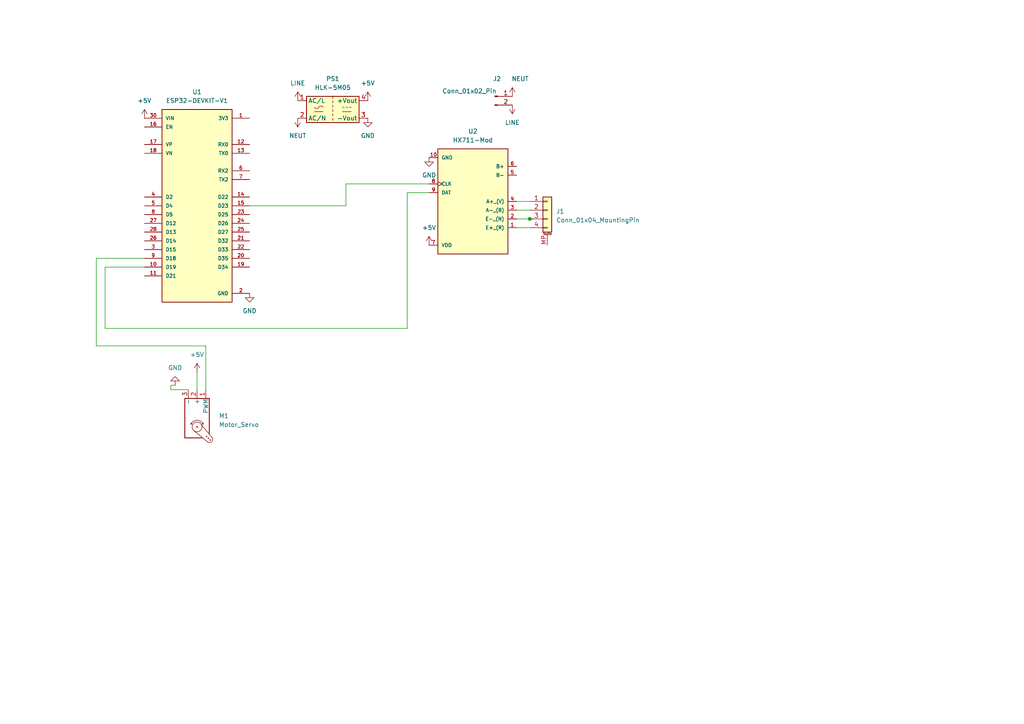
<source format=kicad_sch>
(kicad_sch
	(version 20250114)
	(generator "eeschema")
	(generator_version "9.0")
	(uuid "7853de44-7ead-41f7-97a7-330491299dd6")
	(paper "A4")
	(lib_symbols
		(symbol "Connector:Conn_01x02_Pin"
			(pin_names
				(offset 1.016)
				(hide yes)
			)
			(exclude_from_sim no)
			(in_bom yes)
			(on_board yes)
			(property "Reference" "J"
				(at 0 2.54 0)
				(effects
					(font
						(size 1.27 1.27)
					)
				)
			)
			(property "Value" "Conn_01x02_Pin"
				(at 0 -5.08 0)
				(effects
					(font
						(size 1.27 1.27)
					)
				)
			)
			(property "Footprint" ""
				(at 0 0 0)
				(effects
					(font
						(size 1.27 1.27)
					)
					(hide yes)
				)
			)
			(property "Datasheet" "~"
				(at 0 0 0)
				(effects
					(font
						(size 1.27 1.27)
					)
					(hide yes)
				)
			)
			(property "Description" "Generic connector, single row, 01x02, script generated"
				(at 0 0 0)
				(effects
					(font
						(size 1.27 1.27)
					)
					(hide yes)
				)
			)
			(property "ki_locked" ""
				(at 0 0 0)
				(effects
					(font
						(size 1.27 1.27)
					)
				)
			)
			(property "ki_keywords" "connector"
				(at 0 0 0)
				(effects
					(font
						(size 1.27 1.27)
					)
					(hide yes)
				)
			)
			(property "ki_fp_filters" "Connector*:*_1x??_*"
				(at 0 0 0)
				(effects
					(font
						(size 1.27 1.27)
					)
					(hide yes)
				)
			)
			(symbol "Conn_01x02_Pin_1_1"
				(rectangle
					(start 0.8636 0.127)
					(end 0 -0.127)
					(stroke
						(width 0.1524)
						(type default)
					)
					(fill
						(type outline)
					)
				)
				(rectangle
					(start 0.8636 -2.413)
					(end 0 -2.667)
					(stroke
						(width 0.1524)
						(type default)
					)
					(fill
						(type outline)
					)
				)
				(polyline
					(pts
						(xy 1.27 0) (xy 0.8636 0)
					)
					(stroke
						(width 0.1524)
						(type default)
					)
					(fill
						(type none)
					)
				)
				(polyline
					(pts
						(xy 1.27 -2.54) (xy 0.8636 -2.54)
					)
					(stroke
						(width 0.1524)
						(type default)
					)
					(fill
						(type none)
					)
				)
				(pin passive line
					(at 5.08 0 180)
					(length 3.81)
					(name "Pin_1"
						(effects
							(font
								(size 1.27 1.27)
							)
						)
					)
					(number "1"
						(effects
							(font
								(size 1.27 1.27)
							)
						)
					)
				)
				(pin passive line
					(at 5.08 -2.54 180)
					(length 3.81)
					(name "Pin_2"
						(effects
							(font
								(size 1.27 1.27)
							)
						)
					)
					(number "2"
						(effects
							(font
								(size 1.27 1.27)
							)
						)
					)
				)
			)
			(embedded_fonts no)
		)
		(symbol "Connector_Generic_MountingPin:Conn_01x04_MountingPin"
			(pin_names
				(offset 1.016)
				(hide yes)
			)
			(exclude_from_sim no)
			(in_bom yes)
			(on_board yes)
			(property "Reference" "J"
				(at 0 5.08 0)
				(effects
					(font
						(size 1.27 1.27)
					)
				)
			)
			(property "Value" "Conn_01x04_MountingPin"
				(at 1.27 -7.62 0)
				(effects
					(font
						(size 1.27 1.27)
					)
					(justify left)
				)
			)
			(property "Footprint" ""
				(at 0 0 0)
				(effects
					(font
						(size 1.27 1.27)
					)
					(hide yes)
				)
			)
			(property "Datasheet" "~"
				(at 0 0 0)
				(effects
					(font
						(size 1.27 1.27)
					)
					(hide yes)
				)
			)
			(property "Description" "Generic connectable mounting pin connector, single row, 01x04, script generated (kicad-library-utils/schlib/autogen/connector/)"
				(at 0 0 0)
				(effects
					(font
						(size 1.27 1.27)
					)
					(hide yes)
				)
			)
			(property "ki_keywords" "connector"
				(at 0 0 0)
				(effects
					(font
						(size 1.27 1.27)
					)
					(hide yes)
				)
			)
			(property "ki_fp_filters" "Connector*:*_1x??-1MP*"
				(at 0 0 0)
				(effects
					(font
						(size 1.27 1.27)
					)
					(hide yes)
				)
			)
			(symbol "Conn_01x04_MountingPin_1_1"
				(rectangle
					(start -1.27 3.81)
					(end 1.27 -6.35)
					(stroke
						(width 0.254)
						(type default)
					)
					(fill
						(type background)
					)
				)
				(rectangle
					(start -1.27 2.667)
					(end 0 2.413)
					(stroke
						(width 0.1524)
						(type default)
					)
					(fill
						(type none)
					)
				)
				(rectangle
					(start -1.27 0.127)
					(end 0 -0.127)
					(stroke
						(width 0.1524)
						(type default)
					)
					(fill
						(type none)
					)
				)
				(rectangle
					(start -1.27 -2.413)
					(end 0 -2.667)
					(stroke
						(width 0.1524)
						(type default)
					)
					(fill
						(type none)
					)
				)
				(rectangle
					(start -1.27 -4.953)
					(end 0 -5.207)
					(stroke
						(width 0.1524)
						(type default)
					)
					(fill
						(type none)
					)
				)
				(polyline
					(pts
						(xy -1.016 -7.112) (xy 1.016 -7.112)
					)
					(stroke
						(width 0.1524)
						(type default)
					)
					(fill
						(type none)
					)
				)
				(text "Mounting"
					(at 0 -6.731 0)
					(effects
						(font
							(size 0.381 0.381)
						)
					)
				)
				(pin passive line
					(at -5.08 2.54 0)
					(length 3.81)
					(name "Pin_1"
						(effects
							(font
								(size 1.27 1.27)
							)
						)
					)
					(number "1"
						(effects
							(font
								(size 1.27 1.27)
							)
						)
					)
				)
				(pin passive line
					(at -5.08 0 0)
					(length 3.81)
					(name "Pin_2"
						(effects
							(font
								(size 1.27 1.27)
							)
						)
					)
					(number "2"
						(effects
							(font
								(size 1.27 1.27)
							)
						)
					)
				)
				(pin passive line
					(at -5.08 -2.54 0)
					(length 3.81)
					(name "Pin_3"
						(effects
							(font
								(size 1.27 1.27)
							)
						)
					)
					(number "3"
						(effects
							(font
								(size 1.27 1.27)
							)
						)
					)
				)
				(pin passive line
					(at -5.08 -5.08 0)
					(length 3.81)
					(name "Pin_4"
						(effects
							(font
								(size 1.27 1.27)
							)
						)
					)
					(number "4"
						(effects
							(font
								(size 1.27 1.27)
							)
						)
					)
				)
				(pin passive line
					(at 0 -10.16 90)
					(length 3.048)
					(name "MountPin"
						(effects
							(font
								(size 1.27 1.27)
							)
						)
					)
					(number "MP"
						(effects
							(font
								(size 1.27 1.27)
							)
						)
					)
				)
			)
			(embedded_fonts no)
		)
		(symbol "Converter_ACDC:HLK-5M05"
			(exclude_from_sim no)
			(in_bom yes)
			(on_board yes)
			(property "Reference" "PS"
				(at 0 5.08 0)
				(effects
					(font
						(size 1.27 1.27)
					)
				)
			)
			(property "Value" "HLK-5M05"
				(at 0 -5.08 0)
				(effects
					(font
						(size 1.27 1.27)
					)
				)
			)
			(property "Footprint" "Converter_ACDC:Converter_ACDC_Hi-Link_HLK-5Mxx"
				(at 0 -7.62 0)
				(effects
					(font
						(size 1.27 1.27)
					)
					(hide yes)
				)
			)
			(property "Datasheet" "http://h.hlktech.com/download/ACDC%E7%94%B5%E6%BA%90%E6%A8%A1%E5%9D%975W%E7%B3%BB%E5%88%97/1/%E6%B5%B7%E5%87%8C%E7%A7%915W%E7%B3%BB%E5%88%97%E7%94%B5%E6%BA%90%E6%A8%A1%E5%9D%97%E8%A7%84%E6%A0%BC%E4%B9%A6V2.8.pdf"
				(at 10.16 -10.16 0)
				(effects
					(font
						(size 1.27 1.27)
					)
					(hide yes)
				)
			)
			(property "Description" "Compact AC/DC board mount power module 5W, 5V 1A"
				(at 0 0 0)
				(effects
					(font
						(size 1.27 1.27)
					)
					(hide yes)
				)
			)
			(property "ki_keywords" "AC/DC module power supply"
				(at 0 0 0)
				(effects
					(font
						(size 1.27 1.27)
					)
					(hide yes)
				)
			)
			(property "ki_fp_filters" "Converter*ACDC*Hi?Link*HLK?5M*"
				(at 0 0 0)
				(effects
					(font
						(size 1.27 1.27)
					)
					(hide yes)
				)
			)
			(symbol "HLK-5M05_0_1"
				(rectangle
					(start -7.62 3.81)
					(end 7.62 -3.81)
					(stroke
						(width 0.254)
						(type default)
					)
					(fill
						(type background)
					)
				)
				(polyline
					(pts
						(xy -5.334 -0.635) (xy -2.794 -0.635)
					)
					(stroke
						(width 0)
						(type default)
					)
					(fill
						(type none)
					)
				)
				(arc
					(start -4.064 0.635)
					(mid -4.699 0.2495)
					(end -5.334 0.635)
					(stroke
						(width 0)
						(type default)
					)
					(fill
						(type none)
					)
				)
				(arc
					(start -4.064 0.635)
					(mid -3.429 1.0072)
					(end -2.794 0.635)
					(stroke
						(width 0)
						(type default)
					)
					(fill
						(type none)
					)
				)
				(polyline
					(pts
						(xy 0 3.81) (xy 0 3.175)
					)
					(stroke
						(width 0)
						(type default)
					)
					(fill
						(type none)
					)
				)
				(polyline
					(pts
						(xy 0 2.54) (xy 0 1.905)
					)
					(stroke
						(width 0)
						(type default)
					)
					(fill
						(type none)
					)
				)
				(polyline
					(pts
						(xy 0 1.27) (xy 0 0.635)
					)
					(stroke
						(width 0)
						(type default)
					)
					(fill
						(type none)
					)
				)
				(polyline
					(pts
						(xy 0 0) (xy 0 -0.635)
					)
					(stroke
						(width 0)
						(type default)
					)
					(fill
						(type none)
					)
				)
				(polyline
					(pts
						(xy 0 -1.27) (xy 0 -1.905)
					)
					(stroke
						(width 0)
						(type default)
					)
					(fill
						(type none)
					)
				)
				(polyline
					(pts
						(xy 0 -2.54) (xy 0 -3.175)
					)
					(stroke
						(width 0)
						(type default)
					)
					(fill
						(type none)
					)
				)
				(polyline
					(pts
						(xy 2.794 0.635) (xy 3.302 0.635)
					)
					(stroke
						(width 0)
						(type default)
					)
					(fill
						(type none)
					)
				)
				(polyline
					(pts
						(xy 2.794 -0.635) (xy 5.334 -0.635)
					)
					(stroke
						(width 0)
						(type default)
					)
					(fill
						(type none)
					)
				)
				(polyline
					(pts
						(xy 3.81 0.635) (xy 4.318 0.635)
					)
					(stroke
						(width 0)
						(type default)
					)
					(fill
						(type none)
					)
				)
				(polyline
					(pts
						(xy 4.826 0.635) (xy 5.334 0.635)
					)
					(stroke
						(width 0)
						(type default)
					)
					(fill
						(type none)
					)
				)
			)
			(symbol "HLK-5M05_1_1"
				(pin power_in line
					(at -10.16 2.54 0)
					(length 2.54)
					(name "AC/L"
						(effects
							(font
								(size 1.27 1.27)
							)
						)
					)
					(number "1"
						(effects
							(font
								(size 1.27 1.27)
							)
						)
					)
				)
				(pin power_in line
					(at -10.16 -2.54 0)
					(length 2.54)
					(name "AC/N"
						(effects
							(font
								(size 1.27 1.27)
							)
						)
					)
					(number "2"
						(effects
							(font
								(size 1.27 1.27)
							)
						)
					)
				)
				(pin power_out line
					(at 10.16 2.54 180)
					(length 2.54)
					(name "+Vout"
						(effects
							(font
								(size 1.27 1.27)
							)
						)
					)
					(number "4"
						(effects
							(font
								(size 1.27 1.27)
							)
						)
					)
				)
				(pin power_out line
					(at 10.16 -2.54 180)
					(length 2.54)
					(name "-Vout"
						(effects
							(font
								(size 1.27 1.27)
							)
						)
					)
					(number "3"
						(effects
							(font
								(size 1.27 1.27)
							)
						)
					)
				)
			)
			(embedded_fonts no)
		)
		(symbol "Motor:Motor_Servo"
			(pin_names
				(offset 0.0254)
			)
			(exclude_from_sim no)
			(in_bom yes)
			(on_board yes)
			(property "Reference" "M"
				(at -5.08 4.445 0)
				(effects
					(font
						(size 1.27 1.27)
					)
					(justify left)
				)
			)
			(property "Value" "Motor_Servo"
				(at -5.08 -4.064 0)
				(effects
					(font
						(size 1.27 1.27)
					)
					(justify left top)
				)
			)
			(property "Footprint" ""
				(at 0 -4.826 0)
				(effects
					(font
						(size 1.27 1.27)
					)
					(hide yes)
				)
			)
			(property "Datasheet" "http://forums.parallax.com/uploads/attachments/46831/74481.png"
				(at 0 -4.826 0)
				(effects
					(font
						(size 1.27 1.27)
					)
					(hide yes)
				)
			)
			(property "Description" "Servo Motor (Futaba, HiTec, JR connector)"
				(at 0 0 0)
				(effects
					(font
						(size 1.27 1.27)
					)
					(hide yes)
				)
			)
			(property "ki_keywords" "Servo Motor"
				(at 0 0 0)
				(effects
					(font
						(size 1.27 1.27)
					)
					(hide yes)
				)
			)
			(property "ki_fp_filters" "PinHeader*P2.54mm*"
				(at 0 0 0)
				(effects
					(font
						(size 1.27 1.27)
					)
					(hide yes)
				)
			)
			(symbol "Motor_Servo_0_1"
				(polyline
					(pts
						(xy 2.413 1.778) (xy 1.905 1.778)
					)
					(stroke
						(width 0)
						(type default)
					)
					(fill
						(type none)
					)
				)
				(polyline
					(pts
						(xy 2.413 1.778) (xy 2.286 1.397)
					)
					(stroke
						(width 0)
						(type default)
					)
					(fill
						(type none)
					)
				)
				(polyline
					(pts
						(xy 2.413 -1.778) (xy 2.032 -1.778)
					)
					(stroke
						(width 0)
						(type default)
					)
					(fill
						(type none)
					)
				)
				(polyline
					(pts
						(xy 2.413 -1.778) (xy 2.286 -1.397)
					)
					(stroke
						(width 0)
						(type default)
					)
					(fill
						(type none)
					)
				)
				(arc
					(start 2.413 -1.778)
					(mid 1.2406 0)
					(end 2.413 1.778)
					(stroke
						(width 0)
						(type default)
					)
					(fill
						(type none)
					)
				)
				(circle
					(center 3.175 0)
					(radius 0.1778)
					(stroke
						(width 0)
						(type default)
					)
					(fill
						(type none)
					)
				)
				(circle
					(center 3.175 0)
					(radius 1.4224)
					(stroke
						(width 0)
						(type default)
					)
					(fill
						(type none)
					)
				)
				(polyline
					(pts
						(xy 5.08 3.556) (xy -5.08 3.556) (xy -5.08 -3.556) (xy 6.35 -3.556) (xy 6.35 1.524)
					)
					(stroke
						(width 0.254)
						(type default)
					)
					(fill
						(type none)
					)
				)
				(circle
					(center 5.969 2.794)
					(radius 0.127)
					(stroke
						(width 0)
						(type default)
					)
					(fill
						(type none)
					)
				)
				(polyline
					(pts
						(xy 6.35 4.445) (xy 2.54 1.27)
					)
					(stroke
						(width 0)
						(type default)
					)
					(fill
						(type none)
					)
				)
				(circle
					(center 6.477 3.302)
					(radius 0.127)
					(stroke
						(width 0)
						(type default)
					)
					(fill
						(type none)
					)
				)
				(arc
					(start 6.35 4.445)
					(mid 7.4487 4.2737)
					(end 7.62 3.175)
					(stroke
						(width 0)
						(type default)
					)
					(fill
						(type none)
					)
				)
				(circle
					(center 6.985 3.81)
					(radius 0.127)
					(stroke
						(width 0)
						(type default)
					)
					(fill
						(type none)
					)
				)
				(polyline
					(pts
						(xy 7.62 3.175) (xy 4.191 -1.016)
					)
					(stroke
						(width 0)
						(type default)
					)
					(fill
						(type none)
					)
				)
			)
			(symbol "Motor_Servo_1_1"
				(pin passive line
					(at -7.62 2.54 0)
					(length 2.54)
					(name "PWM"
						(effects
							(font
								(size 1.27 1.27)
							)
						)
					)
					(number "1"
						(effects
							(font
								(size 1.27 1.27)
							)
						)
					)
				)
				(pin passive line
					(at -7.62 0 0)
					(length 2.54)
					(name "+"
						(effects
							(font
								(size 1.27 1.27)
							)
						)
					)
					(number "2"
						(effects
							(font
								(size 1.27 1.27)
							)
						)
					)
				)
				(pin passive line
					(at -7.62 -2.54 0)
					(length 2.54)
					(name "-"
						(effects
							(font
								(size 1.27 1.27)
							)
						)
					)
					(number "3"
						(effects
							(font
								(size 1.27 1.27)
							)
						)
					)
				)
			)
			(embedded_fonts no)
		)
		(symbol "esp32:ESP32-DEVKIT-V1"
			(pin_names
				(offset 1.016)
			)
			(exclude_from_sim no)
			(in_bom yes)
			(on_board yes)
			(property "Reference" "U"
				(at -10.16 30.48 0)
				(effects
					(font
						(size 1.27 1.27)
					)
					(justify left top)
				)
			)
			(property "Value" "ESP32-DEVKIT-V1"
				(at -10.16 -30.48 0)
				(effects
					(font
						(size 1.27 1.27)
					)
					(justify left bottom)
				)
			)
			(property "Footprint" "ESP32-DEVKIT-V1:MODULE_ESP32_DEVKIT_V1"
				(at 0 0 0)
				(effects
					(font
						(size 1.27 1.27)
					)
					(justify bottom)
					(hide yes)
				)
			)
			(property "Datasheet" ""
				(at 0 0 0)
				(effects
					(font
						(size 1.27 1.27)
					)
					(hide yes)
				)
			)
			(property "Description" ""
				(at 0 0 0)
				(effects
					(font
						(size 1.27 1.27)
					)
					(hide yes)
				)
			)
			(property "MF" "Do it"
				(at 0 0 0)
				(effects
					(font
						(size 1.27 1.27)
					)
					(justify bottom)
					(hide yes)
				)
			)
			(property "MAXIMUM_PACKAGE_HEIGHT" "6.8 mm"
				(at 0 0 0)
				(effects
					(font
						(size 1.27 1.27)
					)
					(justify bottom)
					(hide yes)
				)
			)
			(property "Package" "None"
				(at 0 0 0)
				(effects
					(font
						(size 1.27 1.27)
					)
					(justify bottom)
					(hide yes)
				)
			)
			(property "Price" "None"
				(at 0 0 0)
				(effects
					(font
						(size 1.27 1.27)
					)
					(justify bottom)
					(hide yes)
				)
			)
			(property "Check_prices" "https://www.snapeda.com/parts/ESP32-DEVKIT-V1/Do+it/view-part/?ref=eda"
				(at 0 0 0)
				(effects
					(font
						(size 1.27 1.27)
					)
					(justify bottom)
					(hide yes)
				)
			)
			(property "STANDARD" "Manufacturer Recommendations"
				(at 0 0 0)
				(effects
					(font
						(size 1.27 1.27)
					)
					(justify bottom)
					(hide yes)
				)
			)
			(property "PARTREV" "N/A"
				(at 0 0 0)
				(effects
					(font
						(size 1.27 1.27)
					)
					(justify bottom)
					(hide yes)
				)
			)
			(property "SnapEDA_Link" "https://www.snapeda.com/parts/ESP32-DEVKIT-V1/Do+it/view-part/?ref=snap"
				(at 0 0 0)
				(effects
					(font
						(size 1.27 1.27)
					)
					(justify bottom)
					(hide yes)
				)
			)
			(property "MP" "ESP32-DEVKIT-V1"
				(at 0 0 0)
				(effects
					(font
						(size 1.27 1.27)
					)
					(justify bottom)
					(hide yes)
				)
			)
			(property "Description_1" "Dual core, Wi-Fi: 2.4 GHz up to 150 Mbits/s,BLE (Bluetooth Low Energy) and legacy Bluetooth, 32 bits, Up to 240 MHz"
				(at 0 0 0)
				(effects
					(font
						(size 1.27 1.27)
					)
					(justify bottom)
					(hide yes)
				)
			)
			(property "Availability" "Not in stock"
				(at 0 0 0)
				(effects
					(font
						(size 1.27 1.27)
					)
					(justify bottom)
					(hide yes)
				)
			)
			(property "MANUFACTURER" "DOIT"
				(at 0 0 0)
				(effects
					(font
						(size 1.27 1.27)
					)
					(justify bottom)
					(hide yes)
				)
			)
			(symbol "ESP32-DEVKIT-V1_0_0"
				(rectangle
					(start -10.16 -27.94)
					(end 10.16 27.94)
					(stroke
						(width 0.254)
						(type default)
					)
					(fill
						(type background)
					)
				)
				(pin input line
					(at -15.24 25.4 0)
					(length 5.08)
					(name "VIN"
						(effects
							(font
								(size 1.016 1.016)
							)
						)
					)
					(number "30"
						(effects
							(font
								(size 1.016 1.016)
							)
						)
					)
				)
				(pin input line
					(at -15.24 22.86 0)
					(length 5.08)
					(name "EN"
						(effects
							(font
								(size 1.016 1.016)
							)
						)
					)
					(number "16"
						(effects
							(font
								(size 1.016 1.016)
							)
						)
					)
				)
				(pin bidirectional line
					(at -15.24 17.78 0)
					(length 5.08)
					(name "VP"
						(effects
							(font
								(size 1.016 1.016)
							)
						)
					)
					(number "17"
						(effects
							(font
								(size 1.016 1.016)
							)
						)
					)
				)
				(pin bidirectional line
					(at -15.24 15.24 0)
					(length 5.08)
					(name "VN"
						(effects
							(font
								(size 1.016 1.016)
							)
						)
					)
					(number "18"
						(effects
							(font
								(size 1.016 1.016)
							)
						)
					)
				)
				(pin bidirectional line
					(at -15.24 2.54 0)
					(length 5.08)
					(name "D2"
						(effects
							(font
								(size 1.016 1.016)
							)
						)
					)
					(number "4"
						(effects
							(font
								(size 1.016 1.016)
							)
						)
					)
				)
				(pin bidirectional line
					(at -15.24 0 0)
					(length 5.08)
					(name "D4"
						(effects
							(font
								(size 1.016 1.016)
							)
						)
					)
					(number "5"
						(effects
							(font
								(size 1.016 1.016)
							)
						)
					)
				)
				(pin bidirectional line
					(at -15.24 -2.54 0)
					(length 5.08)
					(name "D5"
						(effects
							(font
								(size 1.016 1.016)
							)
						)
					)
					(number "8"
						(effects
							(font
								(size 1.016 1.016)
							)
						)
					)
				)
				(pin bidirectional line
					(at -15.24 -5.08 0)
					(length 5.08)
					(name "D12"
						(effects
							(font
								(size 1.016 1.016)
							)
						)
					)
					(number "27"
						(effects
							(font
								(size 1.016 1.016)
							)
						)
					)
				)
				(pin bidirectional line
					(at -15.24 -7.62 0)
					(length 5.08)
					(name "D13"
						(effects
							(font
								(size 1.016 1.016)
							)
						)
					)
					(number "28"
						(effects
							(font
								(size 1.016 1.016)
							)
						)
					)
				)
				(pin bidirectional line
					(at -15.24 -10.16 0)
					(length 5.08)
					(name "D14"
						(effects
							(font
								(size 1.016 1.016)
							)
						)
					)
					(number "26"
						(effects
							(font
								(size 1.016 1.016)
							)
						)
					)
				)
				(pin bidirectional line
					(at -15.24 -12.7 0)
					(length 5.08)
					(name "D15"
						(effects
							(font
								(size 1.016 1.016)
							)
						)
					)
					(number "3"
						(effects
							(font
								(size 1.016 1.016)
							)
						)
					)
				)
				(pin bidirectional line
					(at -15.24 -15.24 0)
					(length 5.08)
					(name "D18"
						(effects
							(font
								(size 1.016 1.016)
							)
						)
					)
					(number "9"
						(effects
							(font
								(size 1.016 1.016)
							)
						)
					)
				)
				(pin bidirectional line
					(at -15.24 -17.78 0)
					(length 5.08)
					(name "D19"
						(effects
							(font
								(size 1.016 1.016)
							)
						)
					)
					(number "10"
						(effects
							(font
								(size 1.016 1.016)
							)
						)
					)
				)
				(pin bidirectional line
					(at -15.24 -20.32 0)
					(length 5.08)
					(name "D21"
						(effects
							(font
								(size 1.016 1.016)
							)
						)
					)
					(number "11"
						(effects
							(font
								(size 1.016 1.016)
							)
						)
					)
				)
				(pin output line
					(at 15.24 25.4 180)
					(length 5.08)
					(name "3V3"
						(effects
							(font
								(size 1.016 1.016)
							)
						)
					)
					(number "1"
						(effects
							(font
								(size 1.016 1.016)
							)
						)
					)
				)
				(pin input line
					(at 15.24 17.78 180)
					(length 5.08)
					(name "RX0"
						(effects
							(font
								(size 1.016 1.016)
							)
						)
					)
					(number "12"
						(effects
							(font
								(size 1.016 1.016)
							)
						)
					)
				)
				(pin output line
					(at 15.24 15.24 180)
					(length 5.08)
					(name "TX0"
						(effects
							(font
								(size 1.016 1.016)
							)
						)
					)
					(number "13"
						(effects
							(font
								(size 1.016 1.016)
							)
						)
					)
				)
				(pin input line
					(at 15.24 10.16 180)
					(length 5.08)
					(name "RX2"
						(effects
							(font
								(size 1.016 1.016)
							)
						)
					)
					(number "6"
						(effects
							(font
								(size 1.016 1.016)
							)
						)
					)
				)
				(pin output line
					(at 15.24 7.62 180)
					(length 5.08)
					(name "TX2"
						(effects
							(font
								(size 1.016 1.016)
							)
						)
					)
					(number "7"
						(effects
							(font
								(size 1.016 1.016)
							)
						)
					)
				)
				(pin bidirectional line
					(at 15.24 2.54 180)
					(length 5.08)
					(name "D22"
						(effects
							(font
								(size 1.016 1.016)
							)
						)
					)
					(number "14"
						(effects
							(font
								(size 1.016 1.016)
							)
						)
					)
				)
				(pin bidirectional line
					(at 15.24 0 180)
					(length 5.08)
					(name "D23"
						(effects
							(font
								(size 1.016 1.016)
							)
						)
					)
					(number "15"
						(effects
							(font
								(size 1.016 1.016)
							)
						)
					)
				)
				(pin bidirectional line
					(at 15.24 -2.54 180)
					(length 5.08)
					(name "D25"
						(effects
							(font
								(size 1.016 1.016)
							)
						)
					)
					(number "23"
						(effects
							(font
								(size 1.016 1.016)
							)
						)
					)
				)
				(pin bidirectional line
					(at 15.24 -5.08 180)
					(length 5.08)
					(name "D26"
						(effects
							(font
								(size 1.016 1.016)
							)
						)
					)
					(number "24"
						(effects
							(font
								(size 1.016 1.016)
							)
						)
					)
				)
				(pin bidirectional line
					(at 15.24 -7.62 180)
					(length 5.08)
					(name "D27"
						(effects
							(font
								(size 1.016 1.016)
							)
						)
					)
					(number "25"
						(effects
							(font
								(size 1.016 1.016)
							)
						)
					)
				)
				(pin bidirectional line
					(at 15.24 -10.16 180)
					(length 5.08)
					(name "D32"
						(effects
							(font
								(size 1.016 1.016)
							)
						)
					)
					(number "21"
						(effects
							(font
								(size 1.016 1.016)
							)
						)
					)
				)
				(pin bidirectional line
					(at 15.24 -12.7 180)
					(length 5.08)
					(name "D33"
						(effects
							(font
								(size 1.016 1.016)
							)
						)
					)
					(number "22"
						(effects
							(font
								(size 1.016 1.016)
							)
						)
					)
				)
				(pin bidirectional line
					(at 15.24 -15.24 180)
					(length 5.08)
					(name "D35"
						(effects
							(font
								(size 1.016 1.016)
							)
						)
					)
					(number "20"
						(effects
							(font
								(size 1.016 1.016)
							)
						)
					)
				)
				(pin bidirectional line
					(at 15.24 -17.78 180)
					(length 5.08)
					(name "D34"
						(effects
							(font
								(size 1.016 1.016)
							)
						)
					)
					(number "19"
						(effects
							(font
								(size 1.016 1.016)
							)
						)
					)
				)
				(pin power_in line
					(at 15.24 -25.4 180)
					(length 5.08)
					(name "GND"
						(effects
							(font
								(size 1.016 1.016)
							)
						)
					)
					(number "2"
						(effects
							(font
								(size 1.016 1.016)
							)
						)
					)
				)
				(pin power_in line
					(at 15.24 -25.4 180)
					(length 5.08)
					(hide yes)
					(name "GND"
						(effects
							(font
								(size 1.016 1.016)
							)
						)
					)
					(number "29"
						(effects
							(font
								(size 1.016 1.016)
							)
						)
					)
				)
			)
			(embedded_fonts no)
		)
		(symbol "hx711:HX711_module"
			(pin_names
				(offset 1.016)
			)
			(exclude_from_sim no)
			(in_bom yes)
			(on_board yes)
			(property "Reference" "U"
				(at -10.172 15.8938 0)
				(effects
					(font
						(size 1.27 1.27)
					)
					(justify left bottom)
				)
			)
			(property "Value" "HX711-Mod"
				(at -10.1639 -17.7868 0)
				(effects
					(font
						(size 1.27 1.27)
					)
					(justify left bottom)
				)
			)
			(property "Footprint" "HX711_module"
				(at 2.54 19.05 0)
				(effects
					(font
						(size 1.27 1.27)
					)
					(justify bottom)
					(hide yes)
				)
			)
			(property "Datasheet" ""
				(at 0 0 0)
				(effects
					(font
						(size 1.27 1.27)
					)
					(hide yes)
				)
			)
			(property "Description" ""
				(at 0 0 0)
				(effects
					(font
						(size 1.27 1.27)
					)
					(hide yes)
				)
			)
			(property "MANUFACTURER" ""
				(at 25.4 17.78 0)
				(effects
					(font
						(size 1.27 1.27)
					)
					(justify bottom)
					(hide yes)
				)
			)
			(property "ki_fp_filters" "HX711"
				(at 0 0 0)
				(effects
					(font
						(size 1.27 1.27)
					)
					(hide yes)
				)
			)
			(symbol "HX711_module_0_0"
				(rectangle
					(start -10.16 15.24)
					(end 10.16 -15.24)
					(stroke
						(width 0.254)
						(type default)
					)
					(fill
						(type background)
					)
				)
			)
			(symbol "HX711_module_1_0"
				(pin output line
					(at -12.7 7.62 0)
					(length 2.54)
					(name "E+_(R)"
						(effects
							(font
								(size 1.016 1.016)
							)
						)
					)
					(number "1"
						(effects
							(font
								(size 1.016 1.016)
							)
						)
					)
				)
				(pin input line
					(at -12.7 5.08 0)
					(length 2.54)
					(name "E-_(N)"
						(effects
							(font
								(size 1.016 1.016)
							)
						)
					)
					(number "2"
						(effects
							(font
								(size 1.016 1.016)
							)
						)
					)
				)
				(pin input line
					(at -12.7 2.54 0)
					(length 2.54)
					(name "A-_(B)"
						(effects
							(font
								(size 1.016 1.016)
							)
						)
					)
					(number "3"
						(effects
							(font
								(size 1.016 1.016)
							)
						)
					)
				)
				(pin input line
					(at -12.7 0 0)
					(length 2.54)
					(name "A+_(V)"
						(effects
							(font
								(size 1.016 1.016)
							)
						)
					)
					(number "4"
						(effects
							(font
								(size 1.016 1.016)
							)
						)
					)
				)
				(pin input line
					(at -12.7 -7.62 0)
					(length 2.54)
					(name "B-"
						(effects
							(font
								(size 1.016 1.016)
							)
						)
					)
					(number "5"
						(effects
							(font
								(size 1.016 1.016)
							)
						)
					)
				)
				(pin input line
					(at -12.7 -10.16 0)
					(length 2.54)
					(name "B+"
						(effects
							(font
								(size 1.016 1.016)
							)
						)
					)
					(number "6"
						(effects
							(font
								(size 1.016 1.016)
							)
						)
					)
				)
				(pin power_in line
					(at 12.7 12.7 180)
					(length 2.54)
					(name "VDD"
						(effects
							(font
								(size 1.016 1.016)
							)
						)
					)
					(number "7"
						(effects
							(font
								(size 1.016 1.016)
							)
						)
					)
				)
				(pin output line
					(at 12.7 -2.54 180)
					(length 2.54)
					(name "DAT"
						(effects
							(font
								(size 1.016 1.016)
							)
						)
					)
					(number "9"
						(effects
							(font
								(size 1.016 1.016)
							)
						)
					)
				)
				(pin input clock
					(at 12.7 -5.08 180)
					(length 2.54)
					(name "CLK"
						(effects
							(font
								(size 1.016 1.016)
							)
						)
					)
					(number "8"
						(effects
							(font
								(size 1.016 1.016)
							)
						)
					)
				)
				(pin power_in line
					(at 12.7 -12.7 180)
					(length 2.54)
					(name "GND"
						(effects
							(font
								(size 1.016 1.016)
							)
						)
					)
					(number "10"
						(effects
							(font
								(size 1.016 1.016)
							)
						)
					)
				)
			)
			(embedded_fonts no)
		)
		(symbol "power:+5V"
			(power)
			(pin_numbers
				(hide yes)
			)
			(pin_names
				(offset 0)
				(hide yes)
			)
			(exclude_from_sim no)
			(in_bom yes)
			(on_board yes)
			(property "Reference" "#PWR"
				(at 0 -3.81 0)
				(effects
					(font
						(size 1.27 1.27)
					)
					(hide yes)
				)
			)
			(property "Value" "+5V"
				(at 0 3.556 0)
				(effects
					(font
						(size 1.27 1.27)
					)
				)
			)
			(property "Footprint" ""
				(at 0 0 0)
				(effects
					(font
						(size 1.27 1.27)
					)
					(hide yes)
				)
			)
			(property "Datasheet" ""
				(at 0 0 0)
				(effects
					(font
						(size 1.27 1.27)
					)
					(hide yes)
				)
			)
			(property "Description" "Power symbol creates a global label with name \"+5V\""
				(at 0 0 0)
				(effects
					(font
						(size 1.27 1.27)
					)
					(hide yes)
				)
			)
			(property "ki_keywords" "global power"
				(at 0 0 0)
				(effects
					(font
						(size 1.27 1.27)
					)
					(hide yes)
				)
			)
			(symbol "+5V_0_1"
				(polyline
					(pts
						(xy -0.762 1.27) (xy 0 2.54)
					)
					(stroke
						(width 0)
						(type default)
					)
					(fill
						(type none)
					)
				)
				(polyline
					(pts
						(xy 0 2.54) (xy 0.762 1.27)
					)
					(stroke
						(width 0)
						(type default)
					)
					(fill
						(type none)
					)
				)
				(polyline
					(pts
						(xy 0 0) (xy 0 2.54)
					)
					(stroke
						(width 0)
						(type default)
					)
					(fill
						(type none)
					)
				)
			)
			(symbol "+5V_1_1"
				(pin power_in line
					(at 0 0 90)
					(length 0)
					(name "~"
						(effects
							(font
								(size 1.27 1.27)
							)
						)
					)
					(number "1"
						(effects
							(font
								(size 1.27 1.27)
							)
						)
					)
				)
			)
			(embedded_fonts no)
		)
		(symbol "power:GND"
			(power)
			(pin_numbers
				(hide yes)
			)
			(pin_names
				(offset 0)
				(hide yes)
			)
			(exclude_from_sim no)
			(in_bom yes)
			(on_board yes)
			(property "Reference" "#PWR"
				(at 0 -6.35 0)
				(effects
					(font
						(size 1.27 1.27)
					)
					(hide yes)
				)
			)
			(property "Value" "GND"
				(at 0 -3.81 0)
				(effects
					(font
						(size 1.27 1.27)
					)
				)
			)
			(property "Footprint" ""
				(at 0 0 0)
				(effects
					(font
						(size 1.27 1.27)
					)
					(hide yes)
				)
			)
			(property "Datasheet" ""
				(at 0 0 0)
				(effects
					(font
						(size 1.27 1.27)
					)
					(hide yes)
				)
			)
			(property "Description" "Power symbol creates a global label with name \"GND\" , ground"
				(at 0 0 0)
				(effects
					(font
						(size 1.27 1.27)
					)
					(hide yes)
				)
			)
			(property "ki_keywords" "global power"
				(at 0 0 0)
				(effects
					(font
						(size 1.27 1.27)
					)
					(hide yes)
				)
			)
			(symbol "GND_0_1"
				(polyline
					(pts
						(xy 0 0) (xy 0 -1.27) (xy 1.27 -1.27) (xy 0 -2.54) (xy -1.27 -1.27) (xy 0 -1.27)
					)
					(stroke
						(width 0)
						(type default)
					)
					(fill
						(type none)
					)
				)
			)
			(symbol "GND_1_1"
				(pin power_in line
					(at 0 0 270)
					(length 0)
					(name "~"
						(effects
							(font
								(size 1.27 1.27)
							)
						)
					)
					(number "1"
						(effects
							(font
								(size 1.27 1.27)
							)
						)
					)
				)
			)
			(embedded_fonts no)
		)
		(symbol "power:LINE"
			(power)
			(pin_numbers
				(hide yes)
			)
			(pin_names
				(offset 0)
				(hide yes)
			)
			(exclude_from_sim no)
			(in_bom yes)
			(on_board yes)
			(property "Reference" "#PWR"
				(at 0 -3.81 0)
				(effects
					(font
						(size 1.27 1.27)
					)
					(hide yes)
				)
			)
			(property "Value" "LINE"
				(at 0 3.556 0)
				(effects
					(font
						(size 1.27 1.27)
					)
				)
			)
			(property "Footprint" ""
				(at 0 0 0)
				(effects
					(font
						(size 1.27 1.27)
					)
					(hide yes)
				)
			)
			(property "Datasheet" ""
				(at 0 0 0)
				(effects
					(font
						(size 1.27 1.27)
					)
					(hide yes)
				)
			)
			(property "Description" "Power symbol creates a global label with name \"LINE\""
				(at 0 0 0)
				(effects
					(font
						(size 1.27 1.27)
					)
					(hide yes)
				)
			)
			(property "ki_keywords" "global power"
				(at 0 0 0)
				(effects
					(font
						(size 1.27 1.27)
					)
					(hide yes)
				)
			)
			(symbol "LINE_0_1"
				(polyline
					(pts
						(xy -0.762 1.27) (xy 0 2.54)
					)
					(stroke
						(width 0)
						(type default)
					)
					(fill
						(type none)
					)
				)
				(polyline
					(pts
						(xy 0 2.54) (xy 0.762 1.27)
					)
					(stroke
						(width 0)
						(type default)
					)
					(fill
						(type none)
					)
				)
				(polyline
					(pts
						(xy 0 0) (xy 0 2.54)
					)
					(stroke
						(width 0)
						(type default)
					)
					(fill
						(type none)
					)
				)
			)
			(symbol "LINE_1_1"
				(pin power_in line
					(at 0 0 90)
					(length 0)
					(name "~"
						(effects
							(font
								(size 1.27 1.27)
							)
						)
					)
					(number "1"
						(effects
							(font
								(size 1.27 1.27)
							)
						)
					)
				)
			)
			(embedded_fonts no)
		)
		(symbol "power:NEUT"
			(power)
			(pin_numbers
				(hide yes)
			)
			(pin_names
				(offset 0)
				(hide yes)
			)
			(exclude_from_sim no)
			(in_bom yes)
			(on_board yes)
			(property "Reference" "#PWR"
				(at 0 -3.81 0)
				(effects
					(font
						(size 1.27 1.27)
					)
					(hide yes)
				)
			)
			(property "Value" "NEUT"
				(at 0 3.556 0)
				(effects
					(font
						(size 1.27 1.27)
					)
				)
			)
			(property "Footprint" ""
				(at 0 0 0)
				(effects
					(font
						(size 1.27 1.27)
					)
					(hide yes)
				)
			)
			(property "Datasheet" ""
				(at 0 0 0)
				(effects
					(font
						(size 1.27 1.27)
					)
					(hide yes)
				)
			)
			(property "Description" "Power symbol creates a global label with name \"NEUT\""
				(at 0 0 0)
				(effects
					(font
						(size 1.27 1.27)
					)
					(hide yes)
				)
			)
			(property "ki_keywords" "global power"
				(at 0 0 0)
				(effects
					(font
						(size 1.27 1.27)
					)
					(hide yes)
				)
			)
			(symbol "NEUT_0_1"
				(polyline
					(pts
						(xy -0.762 1.27) (xy 0 2.54)
					)
					(stroke
						(width 0)
						(type default)
					)
					(fill
						(type none)
					)
				)
				(polyline
					(pts
						(xy 0 2.54) (xy 0.762 1.27)
					)
					(stroke
						(width 0)
						(type default)
					)
					(fill
						(type none)
					)
				)
				(polyline
					(pts
						(xy 0 0) (xy 0 2.54)
					)
					(stroke
						(width 0)
						(type default)
					)
					(fill
						(type none)
					)
				)
			)
			(symbol "NEUT_1_1"
				(pin power_in line
					(at 0 0 90)
					(length 0)
					(name "~"
						(effects
							(font
								(size 1.27 1.27)
							)
						)
					)
					(number "1"
						(effects
							(font
								(size 1.27 1.27)
							)
						)
					)
				)
			)
			(embedded_fonts no)
		)
	)
	(junction
		(at 153.67 63.5)
		(diameter 0)
		(color 0 0 0 0)
		(uuid "8e59e9e1-ff4e-4e10-8738-924e12b7d414")
	)
	(wire
		(pts
			(xy 49.53 113.03) (xy 54.61 113.03)
		)
		(stroke
			(width 0)
			(type default)
		)
		(uuid "04d30a1c-fc58-4e35-8af0-36de78a6fbb3")
	)
	(wire
		(pts
			(xy 41.91 77.47) (xy 30.48 77.47)
		)
		(stroke
			(width 0)
			(type default)
		)
		(uuid "09a2ca88-6d3b-47ca-9fc5-5c07a2de171d")
	)
	(wire
		(pts
			(xy 57.15 107.95) (xy 57.15 113.03)
		)
		(stroke
			(width 0)
			(type default)
		)
		(uuid "151593ac-a419-4925-b27a-301385b97a60")
	)
	(wire
		(pts
			(xy 49.53 111.76) (xy 49.53 113.03)
		)
		(stroke
			(width 0)
			(type default)
		)
		(uuid "1ca96ca7-5363-4d03-9af8-147c8c865730")
	)
	(wire
		(pts
			(xy 50.8 111.76) (xy 49.53 111.76)
		)
		(stroke
			(width 0)
			(type default)
		)
		(uuid "1cef5d04-e38a-46df-8aad-48c3039b3cf5")
	)
	(wire
		(pts
			(xy 72.39 59.69) (xy 100.33 59.69)
		)
		(stroke
			(width 0)
			(type default)
		)
		(uuid "3422ad8c-53aa-48cf-bdf9-8059724f4912")
	)
	(wire
		(pts
			(xy 30.48 77.47) (xy 30.48 95.25)
		)
		(stroke
			(width 0)
			(type default)
		)
		(uuid "415b91b3-0f20-4459-8b39-e9d0d590058f")
	)
	(wire
		(pts
			(xy 59.69 100.33) (xy 59.69 113.03)
		)
		(stroke
			(width 0)
			(type default)
		)
		(uuid "7f6a2f44-1d25-49ef-97ff-721640f85b62")
	)
	(wire
		(pts
			(xy 100.33 53.34) (xy 124.46 53.34)
		)
		(stroke
			(width 0)
			(type default)
		)
		(uuid "8c7d11cc-9a57-47f2-a38d-e967592e23c8")
	)
	(wire
		(pts
			(xy 153.67 60.96) (xy 149.86 60.96)
		)
		(stroke
			(width 0)
			(type default)
		)
		(uuid "99930bbf-4170-4b43-b25b-8ad9d6e63dfc")
	)
	(wire
		(pts
			(xy 118.11 55.88) (xy 118.11 95.25)
		)
		(stroke
			(width 0)
			(type default)
		)
		(uuid "a214946d-b4b4-4dc1-989c-d4ac8b6927b8")
	)
	(wire
		(pts
			(xy 27.94 100.33) (xy 59.69 100.33)
		)
		(stroke
			(width 0)
			(type default)
		)
		(uuid "b0aee187-85fc-4aeb-afb2-87332ffde566")
	)
	(wire
		(pts
			(xy 100.33 59.69) (xy 100.33 53.34)
		)
		(stroke
			(width 0)
			(type default)
		)
		(uuid "b3933710-3af4-4337-a6ae-c2f95a89338b")
	)
	(wire
		(pts
			(xy 27.94 74.93) (xy 27.94 100.33)
		)
		(stroke
			(width 0)
			(type default)
		)
		(uuid "bca7eb58-7f3b-4b7a-bc3d-9f6d3536789d")
	)
	(wire
		(pts
			(xy 124.46 55.88) (xy 118.11 55.88)
		)
		(stroke
			(width 0)
			(type default)
		)
		(uuid "bed8d06d-34aa-4ec7-aa8b-173320202311")
	)
	(wire
		(pts
			(xy 154.94 63.5) (xy 153.67 63.5)
		)
		(stroke
			(width 0)
			(type default)
		)
		(uuid "cbb60069-0696-43ba-a99e-6766ad051df2")
	)
	(wire
		(pts
			(xy 153.67 66.04) (xy 149.86 66.04)
		)
		(stroke
			(width 0)
			(type default)
		)
		(uuid "cf6169e8-facf-4367-9597-ed05606150a2")
	)
	(wire
		(pts
			(xy 118.11 95.25) (xy 30.48 95.25)
		)
		(stroke
			(width 0)
			(type default)
		)
		(uuid "d2eef463-0b08-4eda-8b50-794410631933")
	)
	(wire
		(pts
			(xy 153.67 58.42) (xy 149.86 58.42)
		)
		(stroke
			(width 0)
			(type default)
		)
		(uuid "dae93fca-82c2-48a3-84d1-d205c3484668")
	)
	(wire
		(pts
			(xy 41.91 74.93) (xy 27.94 74.93)
		)
		(stroke
			(width 0)
			(type default)
		)
		(uuid "dd7d8eb5-a562-45b5-8b44-c5c366a13449")
	)
	(wire
		(pts
			(xy 153.67 63.5) (xy 149.86 63.5)
		)
		(stroke
			(width 0)
			(type default)
		)
		(uuid "eff59378-6fb3-4db4-984b-be5f9892bd97")
	)
	(symbol
		(lib_id "power:GND")
		(at 106.68 34.29 0)
		(unit 1)
		(exclude_from_sim no)
		(in_bom yes)
		(on_board yes)
		(dnp no)
		(fields_autoplaced yes)
		(uuid "0bc40eff-afcf-44bb-a6e7-96e536e529cd")
		(property "Reference" "#PWR08"
			(at 106.68 40.64 0)
			(effects
				(font
					(size 1.27 1.27)
				)
				(hide yes)
			)
		)
		(property "Value" "GND"
			(at 106.68 39.37 0)
			(effects
				(font
					(size 1.27 1.27)
				)
			)
		)
		(property "Footprint" ""
			(at 106.68 34.29 0)
			(effects
				(font
					(size 1.27 1.27)
				)
				(hide yes)
			)
		)
		(property "Datasheet" ""
			(at 106.68 34.29 0)
			(effects
				(font
					(size 1.27 1.27)
				)
				(hide yes)
			)
		)
		(property "Description" "Power symbol creates a global label with name \"GND\" , ground"
			(at 106.68 34.29 0)
			(effects
				(font
					(size 1.27 1.27)
				)
				(hide yes)
			)
		)
		(pin "1"
			(uuid "6eaddc9f-ca02-4259-a03c-fca6f7776c5e")
		)
		(instances
			(project ""
				(path "/7853de44-7ead-41f7-97a7-330491299dd6"
					(reference "#PWR08")
					(unit 1)
				)
			)
		)
	)
	(symbol
		(lib_id "power:+5V")
		(at 124.46 71.12 0)
		(unit 1)
		(exclude_from_sim no)
		(in_bom yes)
		(on_board yes)
		(dnp no)
		(fields_autoplaced yes)
		(uuid "21a73b27-860d-4b8b-af99-04a13f57b0a0")
		(property "Reference" "#PWR05"
			(at 124.46 74.93 0)
			(effects
				(font
					(size 1.27 1.27)
				)
				(hide yes)
			)
		)
		(property "Value" "+5V"
			(at 124.46 66.04 0)
			(effects
				(font
					(size 1.27 1.27)
				)
			)
		)
		(property "Footprint" ""
			(at 124.46 71.12 0)
			(effects
				(font
					(size 1.27 1.27)
				)
				(hide yes)
			)
		)
		(property "Datasheet" ""
			(at 124.46 71.12 0)
			(effects
				(font
					(size 1.27 1.27)
				)
				(hide yes)
			)
		)
		(property "Description" "Power symbol creates a global label with name \"+5V\""
			(at 124.46 71.12 0)
			(effects
				(font
					(size 1.27 1.27)
				)
				(hide yes)
			)
		)
		(pin "1"
			(uuid "2bcde8f2-4e35-4c97-89f2-f9b80d203ed4")
		)
		(instances
			(project ""
				(path "/7853de44-7ead-41f7-97a7-330491299dd6"
					(reference "#PWR05")
					(unit 1)
				)
			)
		)
	)
	(symbol
		(lib_id "power:+5V")
		(at 106.68 29.21 0)
		(unit 1)
		(exclude_from_sim no)
		(in_bom yes)
		(on_board yes)
		(dnp no)
		(fields_autoplaced yes)
		(uuid "3334c4cb-078c-4179-957c-c1e939da59f2")
		(property "Reference" "#PWR07"
			(at 106.68 33.02 0)
			(effects
				(font
					(size 1.27 1.27)
				)
				(hide yes)
			)
		)
		(property "Value" "+5V"
			(at 106.68 24.13 0)
			(effects
				(font
					(size 1.27 1.27)
				)
			)
		)
		(property "Footprint" ""
			(at 106.68 29.21 0)
			(effects
				(font
					(size 1.27 1.27)
				)
				(hide yes)
			)
		)
		(property "Datasheet" ""
			(at 106.68 29.21 0)
			(effects
				(font
					(size 1.27 1.27)
				)
				(hide yes)
			)
		)
		(property "Description" "Power symbol creates a global label with name \"+5V\""
			(at 106.68 29.21 0)
			(effects
				(font
					(size 1.27 1.27)
				)
				(hide yes)
			)
		)
		(pin "1"
			(uuid "065f4bab-22b5-44e8-9e89-febdfdd704fa")
		)
		(instances
			(project ""
				(path "/7853de44-7ead-41f7-97a7-330491299dd6"
					(reference "#PWR07")
					(unit 1)
				)
			)
		)
	)
	(symbol
		(lib_id "power:GND")
		(at 124.46 45.72 0)
		(unit 1)
		(exclude_from_sim no)
		(in_bom yes)
		(on_board yes)
		(dnp no)
		(fields_autoplaced yes)
		(uuid "3f24ae9f-1da7-4df7-bce0-9aa465974c8b")
		(property "Reference" "#PWR02"
			(at 124.46 52.07 0)
			(effects
				(font
					(size 1.27 1.27)
				)
				(hide yes)
			)
		)
		(property "Value" "GND"
			(at 124.46 50.8 0)
			(effects
				(font
					(size 1.27 1.27)
				)
			)
		)
		(property "Footprint" ""
			(at 124.46 45.72 0)
			(effects
				(font
					(size 1.27 1.27)
				)
				(hide yes)
			)
		)
		(property "Datasheet" ""
			(at 124.46 45.72 0)
			(effects
				(font
					(size 1.27 1.27)
				)
				(hide yes)
			)
		)
		(property "Description" "Power symbol creates a global label with name \"GND\" , ground"
			(at 124.46 45.72 0)
			(effects
				(font
					(size 1.27 1.27)
				)
				(hide yes)
			)
		)
		(pin "1"
			(uuid "7d6df5c1-833d-4224-870d-c27ffbcda37b")
		)
		(instances
			(project ""
				(path "/7853de44-7ead-41f7-97a7-330491299dd6"
					(reference "#PWR02")
					(unit 1)
				)
			)
		)
	)
	(symbol
		(lib_id "power:LINE")
		(at 86.36 29.21 0)
		(unit 1)
		(exclude_from_sim no)
		(in_bom yes)
		(on_board yes)
		(dnp no)
		(fields_autoplaced yes)
		(uuid "5bac6b44-d4ad-498c-b0cf-ac612662097c")
		(property "Reference" "#PWR09"
			(at 86.36 33.02 0)
			(effects
				(font
					(size 1.27 1.27)
				)
				(hide yes)
			)
		)
		(property "Value" "LINE"
			(at 86.36 24.13 0)
			(effects
				(font
					(size 1.27 1.27)
				)
			)
		)
		(property "Footprint" ""
			(at 86.36 29.21 0)
			(effects
				(font
					(size 1.27 1.27)
				)
				(hide yes)
			)
		)
		(property "Datasheet" ""
			(at 86.36 29.21 0)
			(effects
				(font
					(size 1.27 1.27)
				)
				(hide yes)
			)
		)
		(property "Description" "Power symbol creates a global label with name \"LINE\""
			(at 86.36 29.21 0)
			(effects
				(font
					(size 1.27 1.27)
				)
				(hide yes)
			)
		)
		(pin "1"
			(uuid "edf85ac4-714b-41d9-b8f3-a1ccccefd988")
		)
		(instances
			(project ""
				(path "/7853de44-7ead-41f7-97a7-330491299dd6"
					(reference "#PWR09")
					(unit 1)
				)
			)
		)
	)
	(symbol
		(lib_id "Motor:Motor_Servo")
		(at 57.15 120.65 270)
		(unit 1)
		(exclude_from_sim no)
		(in_bom yes)
		(on_board yes)
		(dnp no)
		(fields_autoplaced yes)
		(uuid "62597806-ccfa-4ebb-8ec4-5052e43fb03a")
		(property "Reference" "M1"
			(at 63.5 120.636 90)
			(effects
				(font
					(size 1.27 1.27)
				)
				(justify left)
			)
		)
		(property "Value" "Motor_Servo"
			(at 63.5 123.176 90)
			(effects
				(font
					(size 1.27 1.27)
				)
				(justify left)
			)
		)
		(property "Footprint" "Connector_PinHeader_1.00mm:PinHeader_1x03_P1.00mm_Vertical"
			(at 52.324 120.65 0)
			(effects
				(font
					(size 1.27 1.27)
				)
				(hide yes)
			)
		)
		(property "Datasheet" "http://forums.parallax.com/uploads/attachments/46831/74481.png"
			(at 52.324 120.65 0)
			(effects
				(font
					(size 1.27 1.27)
				)
				(hide yes)
			)
		)
		(property "Description" "Servo Motor (Futaba, HiTec, JR connector)"
			(at 57.15 120.65 0)
			(effects
				(font
					(size 1.27 1.27)
				)
				(hide yes)
			)
		)
		(pin "1"
			(uuid "8d7e2998-91c2-4ed9-af9f-2ea4c602a2e3")
		)
		(pin "3"
			(uuid "9af20734-450f-4033-9fe2-a602de6aa2e4")
		)
		(pin "2"
			(uuid "83ca1db4-181d-42fa-b6f3-0eaab659ef76")
		)
		(instances
			(project ""
				(path "/7853de44-7ead-41f7-97a7-330491299dd6"
					(reference "M1")
					(unit 1)
				)
			)
		)
	)
	(symbol
		(lib_id "Connector:Conn_01x02_Pin")
		(at 143.51 27.94 0)
		(unit 1)
		(exclude_from_sim no)
		(in_bom yes)
		(on_board yes)
		(dnp no)
		(uuid "7521448a-1d74-4578-baa2-5e2d764674f4")
		(property "Reference" "J2"
			(at 144.145 22.86 0)
			(effects
				(font
					(size 1.27 1.27)
				)
			)
		)
		(property "Value" "Conn_01x02_Pin"
			(at 136.144 26.416 0)
			(effects
				(font
					(size 1.27 1.27)
				)
			)
		)
		(property "Footprint" "Connector_PinHeader_1.00mm:PinHeader_1x02_P1.00mm_Vertical"
			(at 143.51 27.94 0)
			(effects
				(font
					(size 1.27 1.27)
				)
				(hide yes)
			)
		)
		(property "Datasheet" "~"
			(at 143.51 27.94 0)
			(effects
				(font
					(size 1.27 1.27)
				)
				(hide yes)
			)
		)
		(property "Description" "Generic connector, single row, 01x02, script generated"
			(at 143.51 27.94 0)
			(effects
				(font
					(size 1.27 1.27)
				)
				(hide yes)
			)
		)
		(pin "1"
			(uuid "373ff635-dc53-4632-8f84-535ea11ed303")
		)
		(pin "2"
			(uuid "9985d40e-3b1d-423e-8f2f-5bd6322d3715")
		)
		(instances
			(project ""
				(path "/7853de44-7ead-41f7-97a7-330491299dd6"
					(reference "J2")
					(unit 1)
				)
			)
		)
	)
	(symbol
		(lib_id "esp32:ESP32-DEVKIT-V1")
		(at 57.15 59.69 0)
		(unit 1)
		(exclude_from_sim no)
		(in_bom yes)
		(on_board yes)
		(dnp no)
		(fields_autoplaced yes)
		(uuid "89ff733f-c527-4bb5-831d-83751c409376")
		(property "Reference" "U1"
			(at 57.15 26.67 0)
			(effects
				(font
					(size 1.27 1.27)
				)
			)
		)
		(property "Value" "ESP32-DEVKIT-V1"
			(at 57.15 29.21 0)
			(effects
				(font
					(size 1.27 1.27)
				)
			)
		)
		(property "Footprint" "ESP32-DEVKIT-V1:MODULE_ESP32_DEVKIT_V1"
			(at 57.15 59.69 0)
			(effects
				(font
					(size 1.27 1.27)
				)
				(justify bottom)
				(hide yes)
			)
		)
		(property "Datasheet" ""
			(at 57.15 59.69 0)
			(effects
				(font
					(size 1.27 1.27)
				)
				(hide yes)
			)
		)
		(property "Description" ""
			(at 57.15 59.69 0)
			(effects
				(font
					(size 1.27 1.27)
				)
				(hide yes)
			)
		)
		(property "MF" "Do it"
			(at 57.15 59.69 0)
			(effects
				(font
					(size 1.27 1.27)
				)
				(justify bottom)
				(hide yes)
			)
		)
		(property "MAXIMUM_PACKAGE_HEIGHT" "6.8 mm"
			(at 57.15 59.69 0)
			(effects
				(font
					(size 1.27 1.27)
				)
				(justify bottom)
				(hide yes)
			)
		)
		(property "Package" "None"
			(at 57.15 59.69 0)
			(effects
				(font
					(size 1.27 1.27)
				)
				(justify bottom)
				(hide yes)
			)
		)
		(property "Price" "None"
			(at 57.15 59.69 0)
			(effects
				(font
					(size 1.27 1.27)
				)
				(justify bottom)
				(hide yes)
			)
		)
		(property "Check_prices" "https://www.snapeda.com/parts/ESP32-DEVKIT-V1/Do+it/view-part/?ref=eda"
			(at 57.15 59.69 0)
			(effects
				(font
					(size 1.27 1.27)
				)
				(justify bottom)
				(hide yes)
			)
		)
		(property "STANDARD" "Manufacturer Recommendations"
			(at 57.15 59.69 0)
			(effects
				(font
					(size 1.27 1.27)
				)
				(justify bottom)
				(hide yes)
			)
		)
		(property "PARTREV" "N/A"
			(at 57.15 59.69 0)
			(effects
				(font
					(size 1.27 1.27)
				)
				(justify bottom)
				(hide yes)
			)
		)
		(property "SnapEDA_Link" "https://www.snapeda.com/parts/ESP32-DEVKIT-V1/Do+it/view-part/?ref=snap"
			(at 57.15 59.69 0)
			(effects
				(font
					(size 1.27 1.27)
				)
				(justify bottom)
				(hide yes)
			)
		)
		(property "MP" "ESP32-DEVKIT-V1"
			(at 57.15 59.69 0)
			(effects
				(font
					(size 1.27 1.27)
				)
				(justify bottom)
				(hide yes)
			)
		)
		(property "Description_1" "Dual core, Wi-Fi: 2.4 GHz up to 150 Mbits/s,BLE (Bluetooth Low Energy) and legacy Bluetooth, 32 bits, Up to 240 MHz"
			(at 57.15 59.69 0)
			(effects
				(font
					(size 1.27 1.27)
				)
				(justify bottom)
				(hide yes)
			)
		)
		(property "Availability" "Not in stock"
			(at 57.15 59.69 0)
			(effects
				(font
					(size 1.27 1.27)
				)
				(justify bottom)
				(hide yes)
			)
		)
		(property "MANUFACTURER" "DOIT"
			(at 57.15 59.69 0)
			(effects
				(font
					(size 1.27 1.27)
				)
				(justify bottom)
				(hide yes)
			)
		)
		(property "Sim.Library" "C:\\Users\\ajeng\\Downloads\\ESP32-DEVKIT-V1\\ESP32-DEVKIT-V1.step"
			(at 57.15 59.69 0)
			(effects
				(font
					(size 1.27 1.27)
				)
				(hide yes)
			)
		)
		(pin "9"
			(uuid "4f342e9b-ee2a-40da-ba16-41cef7373728")
		)
		(pin "7"
			(uuid "364176ca-62e0-4738-b7ad-7bb8a7488e41")
		)
		(pin "21"
			(uuid "1dd547b3-4db2-4143-a435-37a8a3383fc3")
		)
		(pin "5"
			(uuid "8d033a61-1cbd-4587-bf9c-ac1e386eee23")
		)
		(pin "26"
			(uuid "4863ed33-acce-4d5a-8636-9ea76ae379d9")
		)
		(pin "4"
			(uuid "994a1593-e3b7-4a47-9612-cbad5d2bf116")
		)
		(pin "16"
			(uuid "acbdc60b-9cf8-4156-9cd6-4fe057ddbcd5")
		)
		(pin "1"
			(uuid "5b27c907-33f5-439f-a111-c5625b19f44b")
		)
		(pin "18"
			(uuid "09bf5720-5a4e-4081-9215-b976ce69bb1c")
		)
		(pin "27"
			(uuid "4f74b729-e2ed-4108-bf18-977b2ccd7910")
		)
		(pin "13"
			(uuid "fd7bf8dc-4eb2-4d20-8501-b5388f27a4c3")
		)
		(pin "14"
			(uuid "fcd000bf-3eed-4f87-a157-69c75c26f5c5")
		)
		(pin "15"
			(uuid "74375035-b757-4eb3-8c3e-f0d1068f1a8c")
		)
		(pin "24"
			(uuid "a01c90bf-e271-4a31-929f-f387c1d989cb")
		)
		(pin "25"
			(uuid "e696e4be-8e0b-4949-8c81-c29e209d2c2d")
		)
		(pin "8"
			(uuid "afb5e41a-c45b-4676-a027-b0b50fa1f95a")
		)
		(pin "17"
			(uuid "7a963a3d-f6b2-4560-9eea-1b052732161e")
		)
		(pin "28"
			(uuid "286a9068-b163-4294-8a7e-44d7ec2f7932")
		)
		(pin "12"
			(uuid "425fb3af-74fe-4cf4-a558-8df42de67240")
		)
		(pin "11"
			(uuid "23bc6e49-0b23-410a-b38d-9dc787b74d5e")
		)
		(pin "6"
			(uuid "edd78868-21ea-401b-ac48-50be424c87ad")
		)
		(pin "30"
			(uuid "e4e97767-fbaf-4e12-bc47-4c9e10914094")
		)
		(pin "3"
			(uuid "5039171b-4991-4def-889b-2e8ef33bc6c9")
		)
		(pin "10"
			(uuid "a5e59c10-97ed-48f0-901d-3f53d0ca2c7d")
		)
		(pin "23"
			(uuid "539f68eb-6bf9-42c6-b6c8-c71f228598f7")
		)
		(pin "20"
			(uuid "7e8065ee-f690-45bf-a793-dda323681ae0")
		)
		(pin "2"
			(uuid "c61f881c-0760-490a-9b80-684af7fafbc4")
		)
		(pin "22"
			(uuid "4ea2bf78-3213-4dcf-a130-24cc9ba230c9")
		)
		(pin "19"
			(uuid "3aae4f34-a6b2-4692-b7e0-7fe9b647dace")
		)
		(pin "29"
			(uuid "0028ff43-5711-4994-b49d-18797a60e2b7")
		)
		(instances
			(project ""
				(path "/7853de44-7ead-41f7-97a7-330491299dd6"
					(reference "U1")
					(unit 1)
				)
			)
		)
	)
	(symbol
		(lib_id "Connector_Generic_MountingPin:Conn_01x04_MountingPin")
		(at 158.75 60.96 0)
		(unit 1)
		(exclude_from_sim no)
		(in_bom yes)
		(on_board yes)
		(dnp no)
		(uuid "a8fa9a81-402c-4f40-a467-981835e6fa9b")
		(property "Reference" "J1"
			(at 161.29 61.3155 0)
			(effects
				(font
					(size 1.27 1.27)
				)
				(justify left)
			)
		)
		(property "Value" "Conn_01x04_MountingPin"
			(at 161.29 63.8555 0)
			(effects
				(font
					(size 1.27 1.27)
				)
				(justify left)
			)
		)
		(property "Footprint" "Connector_PinHeader_1.00mm:PinHeader_1x04_P1.00mm_Vertical"
			(at 166.624 59.436 90)
			(effects
				(font
					(size 1.27 1.27)
				)
				(hide yes)
			)
		)
		(property "Datasheet" "~"
			(at 158.75 60.96 0)
			(effects
				(font
					(size 1.27 1.27)
				)
				(hide yes)
			)
		)
		(property "Description" "Generic connectable mounting pin connector, single row, 01x04, script generated (kicad-library-utils/schlib/autogen/connector/)"
			(at 158.75 60.96 0)
			(effects
				(font
					(size 1.27 1.27)
				)
				(hide yes)
			)
		)
		(pin "1"
			(uuid "3279bd2a-f829-4072-9ff1-c33ebef49b8f")
		)
		(pin "3"
			(uuid "2907b637-2f51-4aa9-b91d-c1e943e439aa")
		)
		(pin "2"
			(uuid "29f9401c-f4e7-47d4-92a0-ff1ee6c97c1f")
		)
		(pin "4"
			(uuid "9f75df61-3017-4394-ac6a-b77bf7b9dd95")
		)
		(pin "MP"
			(uuid "0d90ed69-cec8-454f-85f4-be69f7f70fe2")
		)
		(instances
			(project ""
				(path "/7853de44-7ead-41f7-97a7-330491299dd6"
					(reference "J1")
					(unit 1)
				)
			)
		)
	)
	(symbol
		(lib_id "power:NEUT")
		(at 148.59 27.94 0)
		(unit 1)
		(exclude_from_sim no)
		(in_bom yes)
		(on_board yes)
		(dnp no)
		(uuid "ad1daefc-b5f0-4a80-85bc-9d8e270eea4e")
		(property "Reference" "#PWR011"
			(at 148.59 31.75 0)
			(effects
				(font
					(size 1.27 1.27)
				)
				(hide yes)
			)
		)
		(property "Value" "NEUT"
			(at 150.876 22.86 0)
			(effects
				(font
					(size 1.27 1.27)
				)
			)
		)
		(property "Footprint" ""
			(at 148.59 27.94 0)
			(effects
				(font
					(size 1.27 1.27)
				)
				(hide yes)
			)
		)
		(property "Datasheet" ""
			(at 148.59 27.94 0)
			(effects
				(font
					(size 1.27 1.27)
				)
				(hide yes)
			)
		)
		(property "Description" "Power symbol creates a global label with name \"NEUT\""
			(at 148.59 27.94 0)
			(effects
				(font
					(size 1.27 1.27)
				)
				(hide yes)
			)
		)
		(pin "1"
			(uuid "ed712190-8367-413b-b1b4-f34ad98bbe42")
		)
		(instances
			(project ""
				(path "/7853de44-7ead-41f7-97a7-330491299dd6"
					(reference "#PWR011")
					(unit 1)
				)
			)
		)
	)
	(symbol
		(lib_id "power:+5V")
		(at 57.15 107.95 0)
		(unit 1)
		(exclude_from_sim no)
		(in_bom yes)
		(on_board yes)
		(dnp no)
		(fields_autoplaced yes)
		(uuid "b0569327-a625-4af3-b2ee-d0de7a8d5c3f")
		(property "Reference" "#PWR06"
			(at 57.15 111.76 0)
			(effects
				(font
					(size 1.27 1.27)
				)
				(hide yes)
			)
		)
		(property "Value" "+5V"
			(at 57.15 102.87 0)
			(effects
				(font
					(size 1.27 1.27)
				)
			)
		)
		(property "Footprint" ""
			(at 57.15 107.95 0)
			(effects
				(font
					(size 1.27 1.27)
				)
				(hide yes)
			)
		)
		(property "Datasheet" ""
			(at 57.15 107.95 0)
			(effects
				(font
					(size 1.27 1.27)
				)
				(hide yes)
			)
		)
		(property "Description" "Power symbol creates a global label with name \"+5V\""
			(at 57.15 107.95 0)
			(effects
				(font
					(size 1.27 1.27)
				)
				(hide yes)
			)
		)
		(pin "1"
			(uuid "66a7f83f-1b34-420e-b270-3507dc8f5996")
		)
		(instances
			(project ""
				(path "/7853de44-7ead-41f7-97a7-330491299dd6"
					(reference "#PWR06")
					(unit 1)
				)
			)
		)
	)
	(symbol
		(lib_id "power:NEUT")
		(at 86.36 34.29 180)
		(unit 1)
		(exclude_from_sim no)
		(in_bom yes)
		(on_board yes)
		(dnp no)
		(fields_autoplaced yes)
		(uuid "bca13c12-805f-4c73-bcea-aad5e161f0dd")
		(property "Reference" "#PWR010"
			(at 86.36 30.48 0)
			(effects
				(font
					(size 1.27 1.27)
				)
				(hide yes)
			)
		)
		(property "Value" "NEUT"
			(at 86.36 39.37 0)
			(effects
				(font
					(size 1.27 1.27)
				)
			)
		)
		(property "Footprint" ""
			(at 86.36 34.29 0)
			(effects
				(font
					(size 1.27 1.27)
				)
				(hide yes)
			)
		)
		(property "Datasheet" ""
			(at 86.36 34.29 0)
			(effects
				(font
					(size 1.27 1.27)
				)
				(hide yes)
			)
		)
		(property "Description" "Power symbol creates a global label with name \"NEUT\""
			(at 86.36 34.29 0)
			(effects
				(font
					(size 1.27 1.27)
				)
				(hide yes)
			)
		)
		(pin "1"
			(uuid "51e104c4-391f-43f0-bee4-a6c6caca43ef")
		)
		(instances
			(project ""
				(path "/7853de44-7ead-41f7-97a7-330491299dd6"
					(reference "#PWR010")
					(unit 1)
				)
			)
		)
	)
	(symbol
		(lib_id "power:+5V")
		(at 41.91 34.29 0)
		(unit 1)
		(exclude_from_sim no)
		(in_bom yes)
		(on_board yes)
		(dnp no)
		(fields_autoplaced yes)
		(uuid "c5206c9e-4109-4f1b-9032-d17e71c0bab5")
		(property "Reference" "#PWR04"
			(at 41.91 38.1 0)
			(effects
				(font
					(size 1.27 1.27)
				)
				(hide yes)
			)
		)
		(property "Value" "+5V"
			(at 41.91 29.21 0)
			(effects
				(font
					(size 1.27 1.27)
				)
			)
		)
		(property "Footprint" ""
			(at 41.91 34.29 0)
			(effects
				(font
					(size 1.27 1.27)
				)
				(hide yes)
			)
		)
		(property "Datasheet" ""
			(at 41.91 34.29 0)
			(effects
				(font
					(size 1.27 1.27)
				)
				(hide yes)
			)
		)
		(property "Description" "Power symbol creates a global label with name \"+5V\""
			(at 41.91 34.29 0)
			(effects
				(font
					(size 1.27 1.27)
				)
				(hide yes)
			)
		)
		(pin "1"
			(uuid "d04d1b3e-d1ad-452e-90f6-6a5a568a9f53")
		)
		(instances
			(project ""
				(path "/7853de44-7ead-41f7-97a7-330491299dd6"
					(reference "#PWR04")
					(unit 1)
				)
			)
		)
	)
	(symbol
		(lib_id "hx711:HX711_module")
		(at 137.16 58.42 180)
		(unit 1)
		(exclude_from_sim no)
		(in_bom yes)
		(on_board yes)
		(dnp no)
		(fields_autoplaced yes)
		(uuid "d066421f-e1b7-4483-a174-639b19209bc8")
		(property "Reference" "U2"
			(at 137.16 38.1 0)
			(effects
				(font
					(size 1.27 1.27)
				)
			)
		)
		(property "Value" "HX711-Mod"
			(at 137.16 40.64 0)
			(effects
				(font
					(size 1.27 1.27)
				)
			)
		)
		(property "Footprint" "HX711_module"
			(at 134.62 77.47 0)
			(effects
				(font
					(size 1.27 1.27)
				)
				(justify bottom)
				(hide yes)
			)
		)
		(property "Datasheet" ""
			(at 137.16 58.42 0)
			(effects
				(font
					(size 1.27 1.27)
				)
				(hide yes)
			)
		)
		(property "Description" ""
			(at 137.16 58.42 0)
			(effects
				(font
					(size 1.27 1.27)
				)
				(hide yes)
			)
		)
		(property "MANUFACTURER" ""
			(at 111.76 76.2 0)
			(effects
				(font
					(size 1.27 1.27)
				)
				(justify bottom)
				(hide yes)
			)
		)
		(pin "1"
			(uuid "f55a8921-f944-4c85-bbe1-aaa9a0bcdc28")
		)
		(pin "3"
			(uuid "952b7c3f-9136-486c-8a0e-8e2a8f5eca3c")
		)
		(pin "7"
			(uuid "5ec6919d-4695-4c36-862d-cb8c40076ecd")
		)
		(pin "5"
			(uuid "de0019a6-767a-4507-aae6-3a63f35a88b8")
		)
		(pin "6"
			(uuid "1a401cbb-c4fb-4fae-a69a-c29681a9ad9c")
		)
		(pin "4"
			(uuid "7cb1fc35-e8b0-40c1-85aa-508cb7693aa3")
		)
		(pin "9"
			(uuid "f31f9d01-5575-40d9-bf09-d68413806e84")
		)
		(pin "2"
			(uuid "0fae4ab5-7f36-4026-bc7a-650f8df32da3")
		)
		(pin "10"
			(uuid "9c1947a6-b78b-4b8d-ab78-5ef7de07139f")
		)
		(pin "8"
			(uuid "ed51fc84-b111-4338-b9f3-38fee8aa0d8e")
		)
		(instances
			(project ""
				(path "/7853de44-7ead-41f7-97a7-330491299dd6"
					(reference "U2")
					(unit 1)
				)
			)
		)
	)
	(symbol
		(lib_id "power:LINE")
		(at 148.59 30.48 180)
		(unit 1)
		(exclude_from_sim no)
		(in_bom yes)
		(on_board yes)
		(dnp no)
		(fields_autoplaced yes)
		(uuid "d215efc8-b78b-4593-a61e-067f4ad34b45")
		(property "Reference" "#PWR012"
			(at 148.59 26.67 0)
			(effects
				(font
					(size 1.27 1.27)
				)
				(hide yes)
			)
		)
		(property "Value" "LINE"
			(at 148.59 35.56 0)
			(effects
				(font
					(size 1.27 1.27)
				)
			)
		)
		(property "Footprint" ""
			(at 148.59 30.48 0)
			(effects
				(font
					(size 1.27 1.27)
				)
				(hide yes)
			)
		)
		(property "Datasheet" ""
			(at 148.59 30.48 0)
			(effects
				(font
					(size 1.27 1.27)
				)
				(hide yes)
			)
		)
		(property "Description" "Power symbol creates a global label with name \"LINE\""
			(at 148.59 30.48 0)
			(effects
				(font
					(size 1.27 1.27)
				)
				(hide yes)
			)
		)
		(pin "1"
			(uuid "6bd885b0-6d0b-4eac-804a-94fc9cf0d131")
		)
		(instances
			(project ""
				(path "/7853de44-7ead-41f7-97a7-330491299dd6"
					(reference "#PWR012")
					(unit 1)
				)
			)
		)
	)
	(symbol
		(lib_id "power:GND")
		(at 72.39 85.09 0)
		(unit 1)
		(exclude_from_sim no)
		(in_bom yes)
		(on_board yes)
		(dnp no)
		(fields_autoplaced yes)
		(uuid "d2df77f6-3805-4f17-8c71-d895af4bb341")
		(property "Reference" "#PWR01"
			(at 72.39 91.44 0)
			(effects
				(font
					(size 1.27 1.27)
				)
				(hide yes)
			)
		)
		(property "Value" "GND"
			(at 72.39 90.17 0)
			(effects
				(font
					(size 1.27 1.27)
				)
			)
		)
		(property "Footprint" ""
			(at 72.39 85.09 0)
			(effects
				(font
					(size 1.27 1.27)
				)
				(hide yes)
			)
		)
		(property "Datasheet" ""
			(at 72.39 85.09 0)
			(effects
				(font
					(size 1.27 1.27)
				)
				(hide yes)
			)
		)
		(property "Description" "Power symbol creates a global label with name \"GND\" , ground"
			(at 72.39 85.09 0)
			(effects
				(font
					(size 1.27 1.27)
				)
				(hide yes)
			)
		)
		(pin "1"
			(uuid "c8be4dc1-da22-4444-9f25-9857e16cce31")
		)
		(instances
			(project ""
				(path "/7853de44-7ead-41f7-97a7-330491299dd6"
					(reference "#PWR01")
					(unit 1)
				)
			)
		)
	)
	(symbol
		(lib_id "Converter_ACDC:HLK-5M05")
		(at 96.52 31.75 0)
		(unit 1)
		(exclude_from_sim no)
		(in_bom yes)
		(on_board yes)
		(dnp no)
		(fields_autoplaced yes)
		(uuid "e8981faa-e550-44ec-8d99-01d846079f7f")
		(property "Reference" "PS1"
			(at 96.52 22.86 0)
			(effects
				(font
					(size 1.27 1.27)
				)
			)
		)
		(property "Value" "HLK-5M05"
			(at 96.52 25.4 0)
			(effects
				(font
					(size 1.27 1.27)
				)
			)
		)
		(property "Footprint" "Converter_ACDC:Converter_ACDC_Hi-Link_HLK-5Mxx"
			(at 96.52 39.37 0)
			(effects
				(font
					(size 1.27 1.27)
				)
				(hide yes)
			)
		)
		(property "Datasheet" "http://h.hlktech.com/download/ACDC%E7%94%B5%E6%BA%90%E6%A8%A1%E5%9D%975W%E7%B3%BB%E5%88%97/1/%E6%B5%B7%E5%87%8C%E7%A7%915W%E7%B3%BB%E5%88%97%E7%94%B5%E6%BA%90%E6%A8%A1%E5%9D%97%E8%A7%84%E6%A0%BC%E4%B9%A6V2.8.pdf"
			(at 106.68 41.91 0)
			(effects
				(font
					(size 1.27 1.27)
				)
				(hide yes)
			)
		)
		(property "Description" "Compact AC/DC board mount power module 5W, 5V 1A"
			(at 96.52 31.75 0)
			(effects
				(font
					(size 1.27 1.27)
				)
				(hide yes)
			)
		)
		(pin "1"
			(uuid "c0ca9f93-9f63-43c2-ba63-e94bd5b9667a")
		)
		(pin "3"
			(uuid "7525b056-a796-40eb-b7e1-9cb93d53fcdf")
		)
		(pin "2"
			(uuid "53237c81-4b65-48a8-9e88-5ea899163127")
		)
		(pin "4"
			(uuid "b3d055e0-788e-4b72-bd3b-a80b5c62f2da")
		)
		(instances
			(project ""
				(path "/7853de44-7ead-41f7-97a7-330491299dd6"
					(reference "PS1")
					(unit 1)
				)
			)
		)
	)
	(symbol
		(lib_id "power:GND")
		(at 50.8 111.76 180)
		(unit 1)
		(exclude_from_sim no)
		(in_bom yes)
		(on_board yes)
		(dnp no)
		(fields_autoplaced yes)
		(uuid "ec5f7ae2-db2e-4d4c-a5ce-c31a955a2b86")
		(property "Reference" "#PWR03"
			(at 50.8 105.41 0)
			(effects
				(font
					(size 1.27 1.27)
				)
				(hide yes)
			)
		)
		(property "Value" "GND"
			(at 50.8 106.68 0)
			(effects
				(font
					(size 1.27 1.27)
				)
			)
		)
		(property "Footprint" ""
			(at 50.8 111.76 0)
			(effects
				(font
					(size 1.27 1.27)
				)
				(hide yes)
			)
		)
		(property "Datasheet" ""
			(at 50.8 111.76 0)
			(effects
				(font
					(size 1.27 1.27)
				)
				(hide yes)
			)
		)
		(property "Description" "Power symbol creates a global label with name \"GND\" , ground"
			(at 50.8 111.76 0)
			(effects
				(font
					(size 1.27 1.27)
				)
				(hide yes)
			)
		)
		(pin "1"
			(uuid "96bedee0-2221-403e-a257-da4520a45714")
		)
		(instances
			(project ""
				(path "/7853de44-7ead-41f7-97a7-330491299dd6"
					(reference "#PWR03")
					(unit 1)
				)
			)
		)
	)
	(sheet_instances
		(path "/"
			(page "1")
		)
	)
	(embedded_fonts no)
)

</source>
